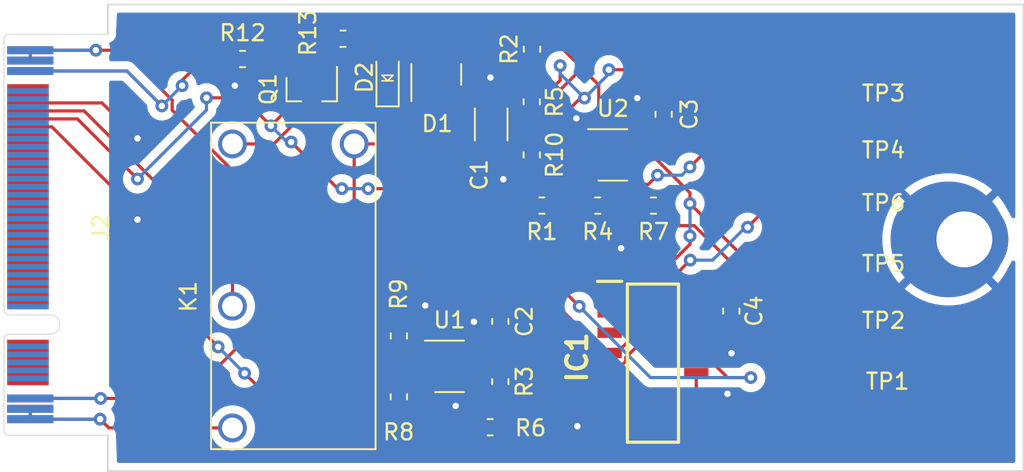
<source format=kicad_pcb>
(kicad_pcb (version 20211014) (generator pcbnew)
  (layers (0 "F.Cu" signal) (31 "B.Cu" signal) (34 "B.Paste" user) (35 "F.Paste" user) (36 "B.SilkS" user "B.Silkscreen") (37 "F.SilkS" user "F.Silkscreen") (38 "B.Mask" user) (39 "F.Mask" user) (44 "Edge.Cuts" user))
  (net 0 "")
  (net 1 "Net-(C1-Pad1)")
  (net 2 "GND")
  (net 3 "+5V")
  (net 4 "Net-(D1-Pad1)")
  (net 5 "+BATT")
  (net 6 "Net-(D2-Pad2)")
  (net 9 "/TIME_DELAY")
  (net 10 "/IMD_STATUS_OUTPUT")
  (net 13 "/IMD_STATUS")
  (net 42 "/IMD_OUTPUT")
  (net 78 "/SHDN_IN")
  (net 79 "/SHDN_OUT")
  (net 80 "Net-(R1-Pad2)")
  (net 81 "Net-(R2-Pad1)")
  (net 82 "Net-(R3-Pad2)")
  (net 83 "Net-(R4-Pad2)")
  (net 84 "Net-(R8-Pad2)")
  (footprint "footprints:R_0603_1608Metric" (layer "F.Cu") (at 215.9115 130.378)
    (fp_text reference "R6" (at 2.5285 0.051) (layer "F.SilkS"))
    (fp_text value "R_100K")
    (fp_line (start -0.162779 0.51) (end 0.162779 0.51) (layer "F.SilkS") (width 0.12))
    (fp_line (start -0.162779 -0.51) (end 0.162779 -0.51) (layer "F.SilkS") (width 0.12))
    (pad "1" smd roundrect locked (at -0.7875 0) (size 0.875 0.95) (layers "F.Cu" "F.Paste" "F.Mask") (net 2 "GND"))
    (pad "2" smd roundrect locked (at 0.7875 0) (size 0.875 0.95) (layers "F.Cu" "F.Paste" "F.Mask") (net 82 "Net-(R3-Pad2)"))
  )
  (footprint "footprints:R_0603_1608Metric" (layer "F.Cu") (at 218.5175 110.01 -90)
    (fp_text reference "R5" (at 0 -1.43 -90) (layer "F.SilkS"))
    (fp_text value "R_120K")
    (fp_line (start -0.162779 0.51) (end 0.162779 0.51) (layer "F.SilkS") (width 0.12))
    (fp_line (start -0.162779 -0.51) (end 0.162779 -0.51) (layer "F.SilkS") (width 0.12))
    (pad "1" smd roundrect locked (at -0.7875 0 270) (size 0.875 0.95) (layers "F.Cu" "F.Paste" "F.Mask") (net 81 "Net-(R2-Pad1)"))
    (pad "2" smd roundrect locked (at 0.7875 0 270) (size 0.875 0.95) (layers "F.Cu" "F.Paste" "F.Mask") (net 1 "Net-(C1-Pad1)"))
  )
  (footprint "footprints:R_0603_1608Metric" (layer "F.Cu") (at 216.5465 127.523 -90)
    (fp_text reference "R3" (at 0 -1.509 -90) (layer "F.SilkS"))
    (fp_text value "R_200K")
    (fp_line (start -0.162779 0.51) (end 0.162779 0.51) (layer "F.SilkS") (width 0.12))
    (fp_line (start -0.162779 -0.51) (end 0.162779 -0.51) (layer "F.SilkS") (width 0.12))
    (pad "1" smd roundrect locked (at -0.7875 0 270) (size 0.875 0.95) (layers "F.Cu" "F.Paste" "F.Mask") (net 3 "+5V"))
    (pad "2" smd roundrect locked (at 0.7875 0 270) (size 0.875 0.95) (layers "F.Cu" "F.Paste" "F.Mask") (net 82 "Net-(R3-Pad2)"))
  )
  (footprint "footprints:Test_Point_SMD" (layer "F.Cu") (at 236.728 112.776)
    (fp_text reference "TP4" (at 3.81 0.254) (layer "F.SilkS"))
    (fp_text value "Test_Point_SMD")
    (pad "1" smd rect locked (at 0 0) (size 4.5 3) (layers "F.Cu" "F.Paste" "F.Mask") (net 83 "Net-(R4-Pad2)"))
  )
  (footprint "footprints:C_0603_1608Metric" (layer "F.Cu") (at 216.5465 123.758 90)
    (fp_text reference "C2" (at 0 1.509 90) (layer "F.SilkS"))
    (fp_text value "C_0.1uF")
    (fp_line (start -0.162779 -0.51) (end 0.162779 -0.51) (layer "F.SilkS") (width 0.12))
    (fp_line (start -0.162779 0.51) (end 0.162779 0.51) (layer "F.SilkS") (width 0.12))
    (pad "1" smd roundrect locked (at -0.7875 0 90) (size 0.875 0.95) (layers "F.Cu" "F.Paste" "F.Mask") (net 3 "+5V"))
    (pad "2" smd roundrect locked (at 0.7875 0 90) (size 0.875 0.95) (layers "F.Cu" "F.Paste" "F.Mask") (net 2 "GND"))
  )
  (footprint "footprints:R_0603_1608Metric" (layer "F.Cu") (at 219.1525 116.503)
    (fp_text reference "R1" (at 0 1.635) (layer "F.SilkS"))
    (fp_text value "R_2.2K")
    (fp_line (start -0.162779 -0.51) (end 0.162779 -0.51) (layer "F.SilkS") (width 0.12))
    (fp_line (start -0.162779 0.51) (end 0.162779 0.51) (layer "F.SilkS") (width 0.12))
    (pad "1" smd roundrect locked (at -0.7875 0) (size 0.875 0.95) (layers "F.Cu" "F.Paste" "F.Mask") (net 3 "+5V"))
    (pad "2" smd roundrect locked (at 0.7875 0) (size 0.875 0.95) (layers "F.Cu" "F.Paste" "F.Mask") (net 80 "Net-(R1-Pad2)"))
  )
  (footprint "footprints:R_0603_1608Metric" (layer "F.Cu") (at 218.5175 113.328 -90)
    (fp_text reference "R10" (at 0 -1.43 -90) (layer "F.SilkS"))
    (fp_text value "R_1.82M")
    (fp_line (start -0.162779 0.51) (end 0.162779 0.51) (layer "F.SilkS") (width 0.12))
    (fp_line (start -0.162779 -0.51) (end 0.162779 -0.51) (layer "F.SilkS") (width 0.12))
    (pad "1" smd roundrect locked (at -0.7875 0 270) (size 0.875 0.95) (layers "F.Cu" "F.Paste" "F.Mask") (net 1 "Net-(C1-Pad1)"))
    (pad "2" smd roundrect locked (at 0.7875 0 270) (size 0.875 0.95) (layers "F.Cu" "F.Paste" "F.Mask") (net 2 "GND"))
  )
  (footprint "footprints:C_0603_1608Metric" (layer "F.Cu") (at 226.7725 110.788 90)
    (fp_text reference "C3" (at 0 1.605 90) (layer "F.SilkS"))
    (fp_text value "C_0.1uF")
    (fp_line (start -0.162779 -0.51) (end 0.162779 -0.51) (layer "F.SilkS") (width 0.12))
    (fp_line (start -0.162779 0.51) (end 0.162779 0.51) (layer "F.SilkS") (width 0.12))
    (pad "1" smd roundrect locked (at -0.7875 0 90) (size 0.875 0.95) (layers "F.Cu" "F.Paste" "F.Mask") (net 3 "+5V"))
    (pad "2" smd roundrect locked (at 0.7875 0 90) (size 0.875 0.95) (layers "F.Cu" "F.Paste" "F.Mask") (net 2 "GND"))
  )
  (footprint "footprints:Test_Point_SMD" (layer "F.Cu") (at 236.728 109.22)
    (fp_text reference "TP3" (at 3.81 0.254) (layer "F.SilkS"))
    (fp_text value "Test_Point_SMD")
    (pad "1" smd rect locked (at 0 0) (size 4.5 3) (layers "F.Cu" "F.Paste" "F.Mask") (net 1 "Net-(C1-Pad1)"))
  )
  (footprint "footprints:R_0603_1608Metric" (layer "F.Cu") (at 210.1965 128.473 90)
    (fp_text reference "R8" (at -2.21 -0.0115 180) (layer "F.SilkS"))
    (fp_text value "R_3K")
    (fp_line (start -0.162779 0.51) (end 0.162779 0.51) (layer "F.SilkS") (width 0.12))
    (fp_line (start -0.162779 -0.51) (end 0.162779 -0.51) (layer "F.SilkS") (width 0.12))
    (pad "1" smd roundrect locked (at -0.7875 0 90) (size 0.875 0.95) (layers "F.Cu" "F.Paste" "F.Mask") (net 42 "/IMD_OUTPUT"))
    (pad "2" smd roundrect locked (at 0.7875 0 90) (size 0.875 0.95) (layers "F.Cu" "F.Paste" "F.Mask") (net 84 "Net-(R8-Pad2)"))
  )
  (footprint "footprints:R_0603_1608Metric" (layer "F.Cu") (at 226.1375 116.503)
    (fp_text reference "R7" (at 0 1.635) (layer "F.SilkS"))
    (fp_text value "R_604K")
    (fp_line (start -0.162779 0.51) (end 0.162779 0.51) (layer "F.SilkS") (width 0.12))
    (fp_line (start -0.162779 -0.51) (end 0.162779 -0.51) (layer "F.SilkS") (width 0.12))
    (pad "1" smd roundrect locked (at -0.7875 0) (size 0.875 0.95) (layers "F.Cu" "F.Paste" "F.Mask") (net 83 "Net-(R4-Pad2)"))
    (pad "2" smd roundrect locked (at 0.7875 0) (size 0.875 0.95) (layers "F.Cu" "F.Paste" "F.Mask") (net 2 "GND"))
  )
  (footprint "footprints:SOT-23-5_OEM" (layer "F.Cu") (at 213.3715 126.568)
    (fp_text reference "U1" (at 0 -2.9) (layer "F.SilkS"))
    (fp_text value "MCP6001" hide)
    (fp_line (start 0.9 -1.61) (end -1.55 -1.61) (layer "F.SilkS") (width 0.12))
    (fp_line (start -0.9 1.61) (end 0.9 1.61) (layer "F.SilkS") (width 0.12))
    (pad "1" smd rect locked (at -1.1 -0.95) (size 1.06 0.65) (layers "F.Cu" "F.Paste" "F.Mask") (net 10 "/IMD_STATUS_OUTPUT"))
    (pad "2" smd rect locked (at -1.1 0) (size 1.06 0.65) (layers "F.Cu" "F.Paste" "F.Mask") (net 2 "GND"))
    (pad "3" smd rect locked (at -1.1 0.95) (size 1.06 0.65) (layers "F.Cu" "F.Paste" "F.Mask") (net 84 "Net-(R8-Pad2)"))
    (pad "4" smd rect locked (at 1.1 0.95) (size 1.06 0.65) (layers "F.Cu" "F.Paste" "F.Mask") (net 82 "Net-(R3-Pad2)"))
    (pad "5" smd rect locked (at 1.1 -0.95) (size 1.06 0.65) (layers "F.Cu" "F.Paste" "F.Mask") (net 3 "+5V"))
  )
  (footprint "footprints:Automotive_M.2_Edge_Connector" (layer "F.Cu") (at 185.4755 118.325 90)
    (fp_text reference "J2" (at 0.441 6.072 90 unlocked) (layer "F.SilkS"))
    (fp_text value "Automotive_M.2_Edge_Connector" hide)
    (fp_line (start -12.55 0.2) (end -12.55 6.5) (layer "Edge.Cuts") (width 0.05))
    (fp_line (start -6.225 0.2) (end -6.425 0) (layer "Edge.Cuts") (width 0.05))
    (fp_line (start -12.55 0.2) (end -12.35 0) (layer "Edge.Cuts") (width 0.05))
    (fp_line (start -5.025 2.9) (end -5.025 0.2) (layer "Edge.Cuts") (width 0.05))
    (fp_line (start 12.55 0.2) (end 12.55 6.5) (layer "Edge.Cuts") (width 0.05))
    (fp_line (start -4.825 0) (end 12.35 0) (layer "Edge.Cuts") (width 0.05))
    (fp_line (start -5.025 0.2) (end -4.825 0) (layer "Edge.Cuts") (width 0.05))
    (fp_line (start -12.35 0) (end -6.425 0) (layer "Edge.Cuts") (width 0.05))
    (fp_line (start 12.55 0.2) (end 12.35 0) (layer "Edge.Cuts") (width 0.05))
    (fp_line (start -6.225 2.9) (end -6.225 0.2) (layer "Edge.Cuts") (width 0.05))
    (fp_arc (start -5.025 2.9) (mid -5.625 3.5) (end -6.225 2.9) (layer "Edge.Cuts") (width 0.05))
    (pad "4" connect rect (at -9.249999 1.5 90) (size 0.35 2.6) (layers "F.Cu" "F.Mask"))
    (pad "5" connect rect (at -8.75 1.5 90) (size 0.35 2.6) (layers "F.Cu" "F.Mask"))
    (pad "6" connect rect (at -8.25 1.5 90) (size 0.35 2.6) (layers "F.Cu" "F.Mask"))
    (pad "7" connect rect (at -7.75 1.5 90) (size 0.35 2.6) (layers "F.Cu" "F.Mask"))
    (pad "8" connect rect (at -7.25 1.5 90) (size 0.35 2.6) (layers "F.Cu" "F.Mask"))
    (pad "9" connect rect (at -6.75 1.5 90) (size 0.35 2.6) (layers "F.Cu" "F.Mask"))
    (pad "10" connect rect (at -4.25 1.5 90) (size 0.35 2.6) (layers "F.Cu" "F.Mask"))
    (pad "11" connect rect (at -3.75 1.5 90) (size 0.35 2.6) (layers "F.Cu" "F.Mask"))
    (pad "12" connect rect (at -3.25 1.5 90) (size 0.35 2.6) (layers "F.Cu" "F.Mask"))
    (pad "13" connect rect (at -2.75 1.5 90) (size 0.35 2.6) (layers "F.Cu" "F.Mask"))
    (pad "14" connect rect (at -2.25 1.5 90) (size 0.35 2.6) (layers "F.Cu" "F.Mask"))
    (pad "15" connect rect (at -1.75 1.5 90) (size 0.35 2.6) (layers "F.Cu" "F.Mask"))
    (pad "16" connect rect (at -1.25 1.5 90) (size 0.35 2.6) (layers "F.Cu" "F.Mask"))
    (pad "17" connect rect (at -0.75 1.5 90) (size 0.35 2.6) (layers "F.Cu" "F.Mask"))
    (pad "18" connect rect (at -0.25 1.5 90) (size 0.35 2.6) (layers "F.Cu" "F.Mask"))
    (pad "19" connect rect (at 0.25 1.5 90) (size 0.35 2.6) (layers "F.Cu" "F.Mask"))
    (pad "20" connect rect (at 0.75 1.5 90) (size 0.35 2.6) (layers "F.Cu" "F.Mask"))
    (pad "21" connect rect (at 1.25 1.5 90) (size 0.35 2.6) (layers "F.Cu" "F.Mask"))
    (pad "22" connect rect (at 1.75 1.5 90) (size 0.35 2.6) (layers "F.Cu" "F.Mask"))
    (pad "23" connect rect (at 2.25 1.5 90) (size 0.35 2.6) (layers "F.Cu" "F.Mask"))
    (pad "24" connect rect (at 2.75 1.5 90) (size 0.35 2.6) (layers "F.Cu" "F.Mask"))
    (pad "25" connect rect (at 3.25 1.5 90) (size 0.35 2.6) (layers "F.Cu" "F.Mask"))
    (pad "26" connect rect (at 3.75 1.5 90) (size 0.35 2.6) (layers "F.Cu" "F.Mask"))
    (pad "27" connect rect (at 4.25 1.5 90) (size 0.35 2.6) (layers "F.Cu" "F.Mask"))
    (pad "28" connect rect (at 4.75 1.5 90) (size 0.35 2.6) (layers "F.Cu" "F.Mask"))
    (pad "29" connect rect (at 5.25 1.5 90) (size 0.35 2.6) (layers "F.Cu" "F.Mask"))
    (pad "30" connect rect (at 5.75 1.5 90) (size 0.35 2.6) (layers "F.Cu" "F.Mask"))
    (pad "31" connect rect (at 6.25 1.5 90) (size 0.35 2.6) (layers "F.Cu" "F.Mask"))
    (pad "32" connect rect (at 6.75 1.5 90) (size 0.35 2.6) (layers "F.Cu" "F.Mask") (net 2 "GND"))
    (pad "33" connect rect (at 7.25 1.5 90) (size 0.35 2.6) (layers "F.Cu" "F.Mask") (net 13 "/IMD_STATUS"))
    (pad "34" connect rect (at 7.75 1.5 90) (size 0.35 2.6) (layers "F.Cu" "F.Mask") (net 42 "/IMD_OUTPUT"))
    (pad "35" connect rect (at 8.25 1.5 90) (size 0.35 2.6) (layers "F.Cu" "F.Mask") (net 2 "GND"))
    (pad "36" connect rect (at 8.75 1.5 90) (size 0.35 2.6) (layers "F.Cu" "F.Mask"))
    (pad "37" connect rect (at 9.249999 1.5 90) (size 0.35 2.6) (layers "F.Cu" "F.Mask"))
    (pad "41" connect rect (at -9 1.5 90) (size 0.35 2.6) (layers "B.Cu" "B.Mask"))
    (pad "42" connect rect (at -8.5 1.5 90) (size 0.35 2.6) (layers "B.Cu" "B.Mask"))
    (pad "43" connect rect (at -8 1.5 90) (size 0.35 2.6) (layers "B.Cu" "B.Mask"))
    (pad "44" connect rect (at -7.5 1.5 90) (size 0.35 2.6) (layers "B.Cu" "B.Mask"))
    (pad "45" connect rect (at -7 1.5 90) (size 0.35 2.6) (layers "B.Cu" "B.Mask"))
    (pad "46" connect rect (at -4.5 1.5 90) (size 0.35 2.6) (layers "B.Cu" "B.Mask"))
    (pad "47" connect rect (at -4 1.5 90) (size 0.35 2.6) (layers "B.Cu" "B.Mask"))
    (pad "48" connect rect (at -3.5 1.5 90) (size 0.35 2.6) (layers "B.Cu" "B.Mask"))
    (pad "49" connect rect (at -3 1.5 90) (size 0.35 2.6) (layers "B.Cu" "B.Mask"))
    (pad "50" connect rect (at -2.5 1.5 90) (size 0.35 2.6) (layers "B.Cu" "B.Mask"))
    (pad "51" connect rect (at -2 1.5 90) (size 0.35 2.6) (layers "B.Cu" "B.Mask"))
    (pad "52" connect rect (at -1.5 1.5 90) (size 0.35 2.6) (layers "B.Cu" "B.Mask"))
    (pad "53" connect rect (at -1 1.5 90) (size 0.35 2.6) (layers "B.Cu" "B.Mask"))
    (pad "54" connect rect (at -0.5 1.5 90) (size 0.35 2.6) (layers "B.Cu" "B.Mask"))
    (pad "55" connect rect (at 0 1.5 90) (size 0.35 2.6) (layers "B.Cu" "B.Mask"))
    (pad "56" connect rect (at 0.5 1.5 90) (size 0.35 2.6) (layers "B.Cu" "B.Mask"))
    (pad "57" connect rect (at 1 1.5 90) (size 0.35 2.6) (layers "B.Cu" "B.Mask"))
    (pad "58" connect rect (at 1.5 1.5 90) (size 0.35 2.6) (layers "B.Cu" "B.Mask"))
    (pad "59" connect rect (at 2 1.5 90) (size 0.35 2.6) (layers "B.Cu" "B.Mask"))
    (pad "60" connect rect (at 2.5 1.5 90) (size 0.35 2.6) (layers "B.Cu" "B.Mask"))
    (pad "61" connect rect (at 3 1.5 90) (size 0.35 2.6) (layers "B.Cu" "B.Mask"))
    (pad "62" connect rect (at 3.5 1.5 90) (size 0.35 2.6) (layers "B.Cu" "B.Mask"))
    (pad "63" connect rect (at 4 1.5 90) (size 0.35 2.6) (layers "B.Cu" "B.Mask"))
    (pad "64" connect rect (at 4.5 1.5 90) (size 0.35 2.6) (layers "B.Cu" "B.Mask"))
    (pad "65" connect rect (at 5 1.5 90) (size 0.35 2.6) (layers "B.Cu" "B.Mask"))
    (pad "66" connect rect (at 5.5 1.5 90) (size 0.35 2.6) (layers "B.Cu" "B.Mask"))
    (pad "67" connect rect (at 6 1.5 90) (size 0.35 2.6) (layers "B.Cu" "B.Mask"))
    (pad "68" connect rect (at 6.5 1.5 90) (size 0.35 2.6) (layers "B.Cu" "B.Mask"))
    (pad "69" connect rect (at 7 1.5 90) (size 0.35 2.6) (layers "B.Cu" "B.Mask"))
    (pad "70" connect rect (at 7.5 1.5 90) (size 0.35 2.6) (layers "B.Cu" "B.Mask"))
    (pad "71" connect rect (at 8 1.5 90) (size 0.35 2.6) (layers "B.Cu" "B.Mask"))
    (pad "72" connect rect (at 8.5 1.5 90) (size 0.35 2.6) (layers "B.Cu" "B.Mask"))
    (pad "73" connect rect (at 9 1.5 90) (size 0.35 2.6) (layers "B.Cu" "B.Mask"))
    (pad "P1" connect rect (at -11.55 1.65 90) (size 0.4953 2.899999) (layers "F.Cu" "F.Mask") (net 78 "/SHDN_IN"))
    (pad "P1" connect rect (at -11.55 1.65 90) (size 0.4953 2.899999) (layers "B.Cu" "B.Mask") (net 78 "/SHDN_IN"))
    (pad "P2" connect rect (at -10.9 1.65 90) (size 0.4953 2.899999) (layers "B.Cu" "B.Mask") (net 78 "/SHDN_IN"))
    (pad "P2" connect rect (at -10.9 1.65 90) (size 0.4953 2.899999) (layers "F.Cu" "F.Mask") (net 78 "/SHDN_IN"))
    (pad "P3" connect rect (at -10.25 1.65 90) (size 0.4953 2.899999) (layers "B.Cu" "B.Mask") (net 5 "+BATT"))
    (pad "P3" connect rect (at -10.25 1.65 90) (size 0.4953 2.899999) (layers "F.Cu" "F.Mask") (net 5 "+BATT"))
    (pad "P38" connect rect (at 10.25 1.65 90) (size 0.4953 2.899999) (layers "B.Cu" "B.Mask") (net 3 "+5V"))
    (pad "P38" connect rect (at 10.25 1.65 90) (size 0.4953 2.899999) (layers "F.Cu" "F.Mask") (net 3 "+5V"))
    (pad "P39" connect rect (at 10.9 1.65 90) (size 0.4953 2.899999) (layers "F.Cu" "F.Mask") (net 79 "/SHDN_OUT"))
    (pad "P39" connect rect (at 10.9 1.65 90) (size 0.4953 2.899999) (layers "B.Cu" "B.Mask") (net 79 "/SHDN_OUT"))
    (pad "P40" connect rect (at 11.55 1.65 90) (size 0.4953 2.899999) (layers "B.Cu" "B.Mask") (net 79 "/SHDN_OUT"))
    (pad "P40" connect rect (at 11.55 1.65 90) (size 0.4953 2.899999) (layers "F.Cu" "F.Mask") (net 79 "/SHDN_OUT"))
  )
  (footprint "footprints:Test_Point_SMD" (layer "F.Cu") (at 236.728 127.254)
    (fp_text reference "TP1" (at 4.064 0.254) (layer "F.SilkS"))
    (fp_text value "Test_Point_SMD")
    (pad "1" smd rect locked (at 0 0) (size 4.5 3) (layers "F.Cu" "F.Paste" "F.Mask") (net 84 "Net-(R8-Pad2)"))
  )
  (footprint "footprints:R_0603_1608Metric" (layer "F.Cu") (at 210.1965 124.663 90)
    (fp_text reference "R9" (at 2.616 -0.0115 90) (layer "F.SilkS"))
    (fp_text value "R_1K")
    (fp_line (start -0.162779 0.51) (end 0.162779 0.51) (layer "F.SilkS") (width 0.12))
    (fp_line (start -0.162779 -0.51) (end 0.162779 -0.51) (layer "F.SilkS") (width 0.12))
    (pad "1" smd roundrect locked (at -0.7875 0 90) (size 0.875 0.95) (layers "F.Cu" "F.Paste" "F.Mask") (net 84 "Net-(R8-Pad2)"))
    (pad "2" smd roundrect locked (at 0.7875 0 90) (size 0.875 0.95) (layers "F.Cu" "F.Paste" "F.Mask") (net 2 "GND"))
  )
  (footprint "footprints:LED_0805_OEM" (layer "F.Cu") (at 209.4915 108.492 90)
    (fp_text reference "D2" (at 0 -1.45 90) (layer "F.SilkS"))
    (fp_text value "LED_0805_Amber" hide)
    (fp_line (start -1.8 -0.7) (end 1 -0.7) (layer "F.SilkS") (width 0.12))
    (fp_line (start -0.2 0.35) (end -0.2 0) (layer "F.SilkS") (width 0.1))
    (fp_line (start 0.15 0.3) (end 0.15 0.35) (layer "F.SilkS") (width 0.1))
    (fp_line (start 0.15 0.35) (end 0.15 0.3) (layer "F.SilkS") (width 0.1))
    (fp_line (start 0.1 -0.3) (end 0.15 -0.35) (layer "F.SilkS") (width 0.1))
    (fp_line (start -1.8 0.7) (end 1 0.7) (layer "F.SilkS") (width 0.12))
    (fp_line (start -1.8 -0.7) (end -1.8 0.7) (layer "F.SilkS") (width 0.12))
    (fp_line (start -0.2 0) (end -0.2 -0.35) (layer "F.SilkS") (width 0.1))
    (fp_line (start 0.15 -0.35) (end 0.15 0.3) (layer "F.SilkS") (width 0.1))
    (fp_line (start -0.2 0) (end 0.1 -0.3) (layer "F.SilkS") (width 0.1))
    (fp_line (start 0.15 0.35) (end -0.2 0) (layer "F.SilkS") (width 0.1))
    (pad "1" smd rect locked (at -1.1 0 270) (size 1.2 1.2) (layers "F.Cu" "F.Paste" "F.Mask") (net 4 "Net-(D1-Pad1)"))
    (pad "2" smd rect locked (at 1.1 0 270) (size 1.2 1.2) (layers "F.Cu" "F.Paste" "F.Mask") (net 6 "Net-(D2-Pad2)"))
  )
  (footprint "footprints:Test_Point_SMD" (layer "F.Cu") (at 236.728 116.332)
    (fp_text reference "TP6" (at 3.81 0) (layer "F.SilkS"))
    (fp_text value "Test_Point_SMD")
    (pad "1" smd rect locked (at 0 0) (size 4.5 3) (layers "F.Cu" "F.Paste" "F.Mask") (net 10 "/IMD_STATUS_OUTPUT"))
  )
  (footprint "footprints:Relay_SPST_OMRON-G5Q-1A4_OEM" (layer "F.Cu") (at 199.77975 112.641 -90)
    (fp_text reference "K1" (at 9.561 2.765 90) (layer "F.SilkS"))
    (fp_text value "G5Q-1A4-DC12" hide)
    (fp_line (start -1.33 1.34) (end -1.33 -8.96) (layer "F.SilkS") (width 0.12))
    (fp_line (start -1.33 -8.96) (end 19.11 -8.96) (layer "F.SilkS") (width 0.12))
    (fp_line (start -1.33 1.34) (end 19.11 1.34) (layer "F.SilkS") (width 0.12))
    (fp_line (start 19.11 1.34) (end 19.11 -8.96) (layer "F.SilkS") (width 0.12))
    (pad "1" thru_hole circle locked (at 0 0 90) (size 1.8 1.8) (drill 1.3) (layers *.Cu *.Mask) (net 4 "Net-(D1-Pad1)"))
    (pad "2" thru_hole circle locked (at 10.16 0 90) (size 1.8 1.8) (drill 1.3) (layers *.Cu *.Mask) (net 79 "/SHDN_OUT"))
    (pad "3" thru_hole circle locked (at 17.78 0 90) (size 1.8 1.8) (drill 1.3) (layers *.Cu *.Mask) (net 78 "/SHDN_IN"))
    (pad "5" thru_hole circle locked (at 0 -7.62 90) (size 1.8 1.8) (drill 1.3) (layers *.Cu *.Mask) (net 5 "+BATT"))
  )
  (footprint "footprints:SOT-23F" (layer "F.Cu") (at 204.7435 109.214 -90)
    (fp_text reference "Q1" (at 0 2.728 90) (layer "F.SilkS"))
    (fp_text value "SSM3K333R" hide)
    (fp_line (start 0.76 -1.58) (end -1.4 -1.58) (layer "F.SilkS") (width 0.12))
    (fp_line (start 0.76 1.58) (end -0.7 1.58) (layer "F.SilkS") (width 0.12))
    (fp_line (start 0.76 1.58) (end 0.76 0.65) (layer "F.SilkS") (width 0.12))
    (fp_line (start 0.76 -1.58) (end 0.76 -0.65) (layer "F.SilkS") (width 0.12))
    (pad "1" smd rect locked (at -1.05 -0.95 270) (size 0.9 0.8) (layers "F.Cu" "F.Paste" "F.Mask") (net 13 "/IMD_STATUS"))
    (pad "2" smd rect locked (at -1.05 0.95 270) (size 0.9 0.8) (layers "F.Cu" "F.Paste" "F.Mask") (net 2 "GND"))
    (pad "3" smd rect locked (at 1.05 0 270) (size 0.9 0.8) (layers "F.Cu" "F.Paste" "F.Mask") (net 4 "Net-(D1-Pad1)"))
  )
  (footprint "footprints:SOIC127P600X175-16N" (layer "F.Cu") (at 226.105 126.365)
    (fp_text reference "IC1" (at -4.7475 -0.366 90) (layer "F.SilkS") (effects (font (size 1.27 1.27) (thickness 0.254))))
    (fp_text value "CD4044BDR" hide)
    (fp_line (start 1.6 -4.95) (end 1.6 4.95) (layer "F.SilkS") (width 0.2))
    (fp_line (start 1.6 4.95) (end -1.6 4.95) (layer "F.SilkS") (width 0.2))
    (fp_line (start -3.475 -5.12) (end -1.95 -5.12) (layer "F.SilkS") (width 0.2))
    (fp_line (start -1.6 4.95) (end -1.6 -4.95) (layer "F.SilkS") (width 0.2))
    (fp_line (start -1.6 -4.95) (end 1.6 -4.95) (layer "F.SilkS") (width 0.2))
    (pad "1" smd rect (at -2.712 -4.445 90) (size 0.65 1.525) (layers "F.Cu" "F.Paste" "F.Mask"))
    (pad "2" smd rect (at -2.712 -3.175 90) (size 0.65 1.525) (layers "F.Cu" "F.Paste" "F.Mask"))
    (pad "3" smd rect (at -2.712 -1.905 90) (size 0.65 1.525) (layers "F.Cu" "F.Paste" "F.Mask") (net 9 "/TIME_DELAY"))
    (pad "4" smd rect (at -2.712 -0.635 90) (size 0.65 1.525) (layers "F.Cu" "F.Paste" "F.Mask") (net 10 "/IMD_STATUS_OUTPUT"))
    (pad "5" smd rect (at -2.712 0.635 90) (size 0.65 1.525) (layers "F.Cu" "F.Paste" "F.Mask") (net 3 "+5V"))
    (pad "6" smd rect (at -2.712 1.905 90) (size 0.65 1.525) (layers "F.Cu" "F.Paste" "F.Mask") (net 2 "GND"))
    (pad "7" smd rect (at -2.712 3.175 90) (size 0.65 1.525) (layers "F.Cu" "F.Paste" "F.Mask") (net 2 "GND"))
    (pad "8" smd rect (at -2.712 4.445 90) (size 0.65 1.525) (layers "F.Cu" "F.Paste" "F.Mask") (net 2 "GND"))
    (pad "9" smd rect (at 2.712 4.445 90) (size 0.65 1.525) (layers "F.Cu" "F.Paste" "F.Mask"))
    (pad "10" smd rect (at 2.712 3.175 90) (size 0.65 1.525) (layers "F.Cu" "F.Paste" "F.Mask"))
    (pad "11" smd rect (at 2.712 1.905 90) (size 0.65 1.525) (layers "F.Cu" "F.Paste" "F.Mask") (net 2 "GND"))
    (pad "12" smd rect (at 2.712 0.635 90) (size 0.65 1.525) (layers "F.Cu" "F.Paste" "F.Mask") (net 2 "GND"))
    (pad "13" smd rect (at 2.712 -0.635 90) (size 0.65 1.525) (layers "F.Cu" "F.Paste" "F.Mask") (net 13 "/IMD_STATUS"))
    (pad "14" smd rect (at 2.712 -1.905 90) (size 0.65 1.525) (layers "F.Cu" "F.Paste" "F.Mask") (net 2 "GND"))
    (pad "15" smd rect (at 2.712 -3.175 90) (size 0.65 1.525) (layers "F.Cu" "F.Paste" "F.Mask") (net 2 "GND"))
    (pad "16" smd rect (at 2.712 -4.445 90) (size 0.65 1.525) (layers "F.Cu" "F.Paste" "F.Mask") (net 3 "+5V"))
  )
  (footprint "footprints:Test_Point_SMD" (layer "F.Cu") (at 236.728 123.698)
    (fp_text reference "TP2" (at 3.81 0) (layer "F.SilkS"))
    (fp_text value "Test_Point_SMD")
    (pad "1" smd rect locked (at 0 0) (size 4.5 3) (layers "F.Cu" "F.Paste" "F.Mask") (net 82 "Net-(R3-Pad2)"))
  )
  (footprint "footprints:R_0603_1608Metric" (layer "F.Cu") (at 218.534 106.708 90)
    (fp_text reference "R2" (at 0 -1.43 90) (layer "F.SilkS"))
    (fp_text value "R_71.5k")
    (fp_line (start -0.162779 -0.51) (end 0.162779 -0.51) (layer "F.SilkS") (width 0.12))
    (fp_line (start -0.162779 0.51) (end 0.162779 0.51) (layer "F.SilkS") (width 0.12))
    (pad "1" smd roundrect locked (at -0.7875 0 90) (size 0.875 0.95) (layers "F.Cu" "F.Paste" "F.Mask") (net 81 "Net-(R2-Pad1)"))
    (pad "2" smd roundrect locked (at 0.7875 0 90) (size 0.875 0.95) (layers "F.Cu" "F.Paste" "F.Mask") (net 3 "+5V"))
  )
  (footprint "footprints:C_0603_1608Metric" (layer "F.Cu") (at 231.0095 123.11 -90)
    (fp_text reference "C4" (at 0 -1.43 -90) (layer "F.SilkS"))
    (fp_text value "C_0.1uF")
    (fp_line (start -0.162779 0.51) (end 0.162779 0.51) (layer "F.SilkS") (width 0.12))
    (fp_line (start -0.162779 -0.51) (end 0.162779 -0.51) (layer "F.SilkS") (width 0.12))
    (pad "1" smd roundrect locked (at -0.7875 0 270) (size 0.875 0.95) (layers "F.Cu" "F.Paste" "F.Mask") (net 3 "+5V"))
    (pad "2" smd roundrect locked (at 0.7875 0 270) (size 0.875 0.95) (layers "F.Cu" "F.Paste" "F.Mask") (net 2 "GND"))
  )
  (footprint "footprints:SOT-23-5_OEM" (layer "F.Cu") (at 223.5975 113.328)
    (fp_text reference "U2" (at 0 -2.9) (layer "F.SilkS"))
    (fp_text value "MCP6001" hide)
    (fp_line (start -0.9 1.61) (end 0.9 1.61) (layer "F.SilkS") (width 0.12))
    (fp_line (start 0.9 -1.61) (end -1.55 -1.61) (layer "F.SilkS") (width 0.12))
    (pad "1" smd rect locked (at -1.1 -0.95) (size 1.06 0.65) (layers "F.Cu" "F.Paste" "F.Mask") (net 9 "/TIME_DELAY"))
    (pad "2" smd rect locked (at -1.1 0) (size 1.06 0.65) (layers "F.Cu" "F.Paste" "F.Mask") (net 2 "GND"))
    (pad "3" smd rect locked (at -1.1 0.95) (size 1.06 0.65) (layers "F.Cu" "F.Paste" "F.Mask") (net 1 "Net-(C1-Pad1)"))
    (pad "4" smd rect locked (at 1.1 0.95) (size 1.06 0.65) (layers "F.Cu" "F.Paste" "F.Mask") (net 83 "Net-(R4-Pad2)"))
    (pad "5" smd rect locked (at 1.1 -0.95) (size 1.06 0.65) (layers "F.Cu" "F.Paste" "F.Mask") (net 3 "+5V"))
  )
  (footprint "OEM:M.2_Mount" (layer "F.Cu") (at 245.618 118.618 -90)
    (fp_text reference "H1" hide)
    (fp_text value "M.2_MountingHole" hide)
    (pad "1" thru_hole circle (at 0 0.016 270) (size 5.499999 5.499999) (drill 3.500001) (layers *.Cu *.Mask) (net 2 "GND"))
    (pad "1" smd circle (at 0 1.016 270) (size 7.249998 7.249998) (layers "B.Cu" "B.Mask") (net 2 "GND"))
  )
  (footprint "footprints:R_0603_1608Metric" (layer "F.Cu") (at 206.6975 106.056)
    (fp_text reference "R13" (at -2.196 -0.364 90) (layer "F.SilkS"))
    (fp_text value "R_1K")
    (fp_line (start -0.162779 0.51) (end 0.162779 0.51) (layer "F.SilkS") (width 0.12))
    (fp_line (start -0.162779 -0.51) (end 0.162779 -0.51) (layer "F.SilkS") (width 0.12))
    (pad "1" smd roundrect locked (at -0.7875 0) (size 0.875 0.95) (layers "F.Cu" "F.Paste" "F.Mask") (net 3 "+5V"))
    (pad "2" smd roundrect locked (at 0.7875 0) (size 0.875 0.95) (layers "F.Cu" "F.Paste" "F.Mask") (net 6 "Net-(D2-Pad2)"))
  )
  (footprint "footprints:R_0603_1608Metric" (layer "F.Cu") (at 222.6475 116.503)
    (fp_text reference "R4" (at 0 1.635) (layer "F.SilkS"))
    (fp_text value "R_300K")
    (fp_line (start -0.162779 -0.51) (end 0.162779 -0.51) (layer "F.SilkS") (width 0.12))
    (fp_line (start -0.162779 0.51) (end 0.162779 0.51) (layer "F.SilkS") (width 0.12))
    (pad "1" smd roundrect locked (at -0.7875 0) (size 0.875 0.95) (layers "F.Cu" "F.Paste" "F.Mask") (net 80 "Net-(R1-Pad2)"))
    (pad "2" smd roundrect locked (at 0.7875 0) (size 0.875 0.95) (layers "F.Cu" "F.Paste" "F.Mask") (net 83 "Net-(R4-Pad2)"))
  )
  (footprint "footprints:C_1206_OEM" (layer "F.Cu") (at 215.9775 111.423 90)
    (fp_text reference "C1" (at -3.159 -0.7455 90) (layer "F.SilkS"))
    (fp_text value "C_22uF" hide)
    (fp_line (start -1 1.02) (end 1 1.02) (layer "F.SilkS") (width 0.12))
    (fp_line (start 1 -1.02) (end -1 -1.02) (layer "F.SilkS") (width 0.12))
    (pad "1" smd rect locked (at -1.5 0 90) (size 1 1.6) (layers "F.Cu" "F.Paste" "F.Mask") (net 1 "Net-(C1-Pad1)"))
    (pad "2" smd rect locked (at 1.5 0 90) (size 1 1.6) (layers "F.Cu" "F.Paste" "F.Mask") (net 2 "GND"))
  )
  (footprint "Package_TO_SOT_SMD:SOT-23" (layer "F.Cu") (at 212.5395 108.293 90)
    (fp_text reference "D1" (at -3.086 0.0585 180) (layer "F.SilkS"))
    (fp_text value "BAS40-00")
    (fp_line (start 0 -1.56) (end 0.65 -1.56) (layer "F.SilkS") (width 0.12))
    (fp_line (start 0 1.56) (end -0.65 1.56) (layer "F.SilkS") (width 0.12))
    (fp_line (start 0 1.56) (end 0.65 1.56) (layer "F.SilkS") (width 0.12))
    (fp_line (start 0 -1.56) (end -1.675 -1.56) (layer "F.SilkS") (width 0.12))
    (pad "1" smd roundrect (at -0.9375 -0.95 90) (size 1.475 0.6) (layers "F.Cu" "F.Paste" "F.Mask") (net 4 "Net-(D1-Pad1)"))
    (pad "2" smd roundrect (at -0.9375 0.95 90) (size 1.475 0.6) (layers "F.Cu" "F.Paste" "F.Mask"))
    (pad "3" smd roundrect (at 0.9375 0 90) (size 1.475 0.6) (layers "F.Cu" "F.Paste" "F.Mask") (net 5 "+BATT"))
  )
  (footprint "footprints:R_0603_1608Metric" (layer "F.Cu") (at 200.4135 107.326 180)
    (fp_text reference "R12" (at 0 1.634 180) (layer "F.SilkS"))
    (fp_text value "R_604K")
    (fp_line (start -0.162779 0.51) (end 0.162779 0.51) (layer "F.SilkS") (width 0.12))
    (fp_line (start -0.162779 -0.51) (end 0.162779 -0.51) (layer "F.SilkS") (width 0.12))
    (pad "1" smd roundrect locked (at -0.7875 0 180) (size 0.875 0.95) (layers "F.Cu" "F.Paste" "F.Mask") (net 13 "/IMD_STATUS"))
    (pad "2" smd roundrect locked (at 0.7875 0 180) (size 0.875 0.95) (layers "F.Cu" "F.Paste" "F.Mask") (net 2 "GND"))
  )
  (footprint "footprints:Test_Point_SMD" (layer "F.Cu") (at 236.728 120.142)
    (fp_text reference "TP5" (at 3.81 0) (layer "F.SilkS"))
    (fp_text value "Test_Point_SMD")
    (pad "1" smd rect locked (at 0 0) (size 4.5 3) (layers "F.Cu" "F.Paste" "F.Mask") (net 9 "/TIME_DELAY"))
  )
  (gr_line (start 191.9755 103.914) (end 249.301 103.914) (layer "Edge.Cuts") (width 0.1))
  (gr_line (start 191.9755 130.875) (end 191.9755 133.124) (layer "Edge.Cuts") (width 0.1))
  (gr_line (start 191.9755 133.124) (end 249.301 133.124) (layer "Edge.Cuts") (width 0.1))
  (gr_line (start 191.9755 103.914) (end 191.9755 105.775) (layer "Edge.Cuts") (width 0.1))
  (gr_line (start 249.301 133.124) (end 249.301 103.914) (layer "Edge.Cuts") (width 0.1))
  (segment (start 223.344 107.994) (end 235.502 107.994) (width 0.2) (layer "F.Cu") (net 1))
  (segment (start 218.5175 112.378) (end 216.5225 112.378) (width 0.2) (layer "F.Cu") (net 1))
  (segment (start 220.662 113.1725) (end 220.662 110.676) (width 0.2) (layer "F.Cu") (net 1))
  (segment (start 235.502 107.994) (end 236.728 109.22) (width 0.2) (layer "F.Cu") (net 1))
  (segment (start 221.7675 114.278) (end 220.662 113.1725) (width 0.2) (layer "F.Cu") (net 1))
  (segment (start 220.296 108.66) (end 218.5175 110.4385) (width 0.2) (layer "F.Cu") (net 1))
  (segment (start 221.566 109.772) (end 221.82 109.772) (width 0.2) (layer "F.Cu") (net 1))
  (segment (start 218.5175 112.378) (end 218.5175 110.96) (width 0.2) (layer "F.Cu") (net 1))
  (segment (start 220.662 110.676) (end 221.566 109.772) (width 0.2) (layer "F.Cu") (net 1))
  (segment (start 218.5175 110.4385) (end 218.5175 110.96) (width 0.2) (layer "F.Cu") (net 1))
  (segment (start 222.4975 114.278) (end 221.7675 114.278) (width 0.2) (layer "F.Cu") (net 1))
  (segment (start 216.5225 112.378) (end 215.9775 112.923) (width 0.2) (layer "F.Cu") (net 1))
  (segment (start 220.296 107.74) (end 220.296 108.66) (width 0.2) (layer "F.Cu") (net 1))
  (via (at 223.344 107.994) (size 0.8) (drill 0.4) (layers "F.Cu" "B.Cu") (net 1))
  (via (at 220.296 107.74) (size 0.8) (drill 0.4) (layers "F.Cu" "B.Cu") (net 1))
  (via (at 221.82 109.772) (size 0.8) (drill 0.4) (layers "F.Cu" "B.Cu") (net 1))
  (segment (start 221.82 109.772) (end 223.344 108.248) (width 0.2) (layer "B.Cu") (net 1))
  (segment (start 220.296 107.74) (end 220.296 108.248) (width 0.2) (layer "B.Cu") (net 1))
  (segment (start 223.344 108.248) (end 223.344 107.994) (width 0.2) (layer "B.Cu") (net 1))
  (segment (start 220.296 108.248) (end 221.82 109.772) (width 0.2) (layer "B.Cu") (net 1))
  (segment (start 215.912 122.758) (end 214.896 123.774) (width 0.2) (layer "F.Cu") (net 2))
  (segment (start 223.393 129.54) (end 222.1495 129.54) (width 0.2) (layer "F.Cu") (net 2))
  (segment (start 231.0245 123.9125) (end 231.0095 123.8975) (width 0.2) (layer "F.Cu") (net 2))
  (segment (start 228.817 123.19) (end 228.817 124.46) (width 0.2) (layer "F.Cu") (net 2))
  (segment (start 226.7725 109.788) (end 225.138 109.788) (width 0.2) (layer "F.Cu") (net 2))
  (segment (start 217.314 114.278) (end 216.74 114.852) (width 0.2) (layer "F.Cu") (net 2))
  (segment (start 202.9635 108.994) (end 203.7935 108.164) (width 0.2) (layer "F.Cu") (net 2))
  (segment (start 213.0515 126.943) (end 212.6765 126.568) (width 0.2) (layer "F.Cu") (net 2))
  (segment (start 222.1495 129.54) (end 221.3725 130.317) (width 0.2) (layer "F.Cu") (net 2))
  (segment (start 199.9295 108.994) (end 202.9635 108.994) (width 0.2) (layer "F.Cu") (net 2))
  (segment (start 223.393 129.54) (end 223.393 130.81) (width 0.2) (layer "F.Cu") (net 2))
  (segment (start 199.9295 107.792) (end 199.4635 107.326) (width 0.2) (layer "F.Cu") (net 2))
  (segment (start 216.5465 122.758) (end 215.912 122.758) (width 0.2) (layer "F.Cu") (net 2))
  (segment (start 199.9295 108.994) (end 199.9295 107.792) (width 0.2) (layer "F.Cu") (net 2))
  (segment (start 230.7555 128.27) (end 230.7705 128.285) (width 0.2) (layer "F.Cu") (net 2))
  (segment (start 222.4975 113.328) (end 221.7675 113.328) (width 0.2) (layer "F.Cu") (net 2))
  (segment (start 221.312 112.8725) (end 221.312 111.042) (width 0.2) (layer "F.Cu") (net 2))
  (segment (start 193.8335 116.933) (end 193.8335 117.376) (width 0.2) (layer "F.Cu") (net 2))
  (segment (start 215.9775 109.923) (end 215.9775 108.532) (width 0.2) (layer "F.Cu") (net 2))
  (segment (start 229.7395 124.46) (end 231.0245 125.745) (width 0.2) (layer "F.Cu") (net 2))
  (segment (start 228.817 127) (end 228.817 128.27) (width 0.2) (layer "F.Cu") (net 2))
  (segment (start 213.0515 128.346) (end 213.0515 126.943) (width 0.2) (layer "F.Cu") (net 2))
  (segment (start 226.773 116.503) (end 224.106 119.17) (width 0.2) (layer "F.Cu") (net 2))
  (segment (start 188.4755 111.575) (end 193.8335 116.933) (width 0.2) (layer "F.Cu") (net 2))
  (segment (start 221.7675 113.328) (end 221.312 112.8725) (width 0.2) (layer "F.Cu") (net 2))
  (segment (start 214.9615 130.256) (end 213.7525 129.047) (width 0.2) (layer "F.Cu") (net 2))
  (segment (start 214.9615 130.378) (end 214.9615 130.256) (width 0.2) (layer "F.Cu") (net 2))
  (segment (start 225.138 109.788) (end 225.122 109.772) (width 0.2) (layer "F.Cu") (net 2))
  (segment (start 228.817 128.27) (end 230.7555 128.27) (width 0.2) (layer "F.Cu") (net 2))
  (segment (start 210.893 123.713) (end 211.848 122.758) (width 0.2) (layer "F.Cu") (net 2))
  (segment (start 226.925 116.503) (end 226.773 116.503) (width 0.2) (layer "F.Cu") (net 2))
  (segment (start 231.0245 125.745) (end 231.0245 123.9125) (width 0.2) (layer "F.Cu") (net 2))
  (segment (start 191.6125 110.075) (end 193.8335 112.296) (width 0.2) (layer "F.Cu") (net 2))
  (segment (start 223.393 128.27) (end 223.393 129.54) (width 0.2) (layer "F.Cu") (net 2))
  (segment (start 218.5175 114.278) (end 217.314 114.278) (width 0.2) (layer "F.Cu") (net 2))
  (segment (start 186.9755 110.075) (end 191.6125 110.075) (width 0.2) (layer "F.Cu") (net 2))
  (segment (start 210.1965 123.713) (end 210.893 123.713) (width 0.2) (layer "F.Cu") (net 2))
  (segment (start 186.9755 111.575) (end 188.4755 111.575) (width 0.2) (layer "F.Cu") (net 2))
  (segment (start 213.7525 129.047) (end 213.0515 128.346) (width 0.2) (layer "F.Cu") (net 2))
  (segment (start 228.817 124.46) (end 229.7395 124.46) (width 0.2) (layer "F.Cu") (net 2))
  (segment (start 212.6765 126.568) (end 212.2715 126.568) (width 0.2) (layer "F.Cu") (net 2))
  (segment (start 215.9775 108.532) (end 215.9315 108.486) (width 0.2) (layer "F.Cu") (net 2))
  (via (at 193.8335 112.296) (size 0.8) (drill 0.4) (layers "F.Cu" "B.Cu") (net 2))
  (via (at 199.9295 108.994) (size 0.8) (drill 0.4) (layers "F.Cu" "B.Cu") (net 2))
  (via (at 213.7525 129.047) (size 0.8) (drill 0.4) (layers "F.Cu" "B.Cu") (net 2))
  (via (at 230.7705 128.285) (size 0.8) (drill 0.4) (layers "F.Cu" "B.Cu") (net 2))
  (via (at 221.3725 130.317) (size 0.8) (drill 0.4) (layers "F.Cu" "B.Cu") (net 2))
  (via (at 193.8335 117.376) (size 0.8) (drill 0.4) (layers "F.Cu" "B.Cu") (net 2))
  (via (at 211.848 122.758) (size 0.8) (drill 0.4) (layers "F.Cu" "B.Cu") (net 2))
  (via (at 215.9315 108.486) (size 0.8) (drill 0.4) (layers "F.Cu" "B.Cu") (net 2))
  (via (at 224.106 119.17) (size 0.8) (drill 0.4) (layers "F.Cu" "B.Cu") (net 2))
  (via (at 231.0245 125.745) (size 0.8) (drill 0.4) (layers "F.Cu" "B.Cu") (net 2))
  (via (at 214.896 123.774) (size 0.8) (drill 0.4) (layers "F.Cu" "B.Cu") (net 2))
  (via (at 225.122 109.772) (size 0.8) (drill 0.4) (layers "F.Cu" "B.Cu") (net 2))
  (via (at 221.312 111.042) (size 0.8) (drill 0.4) (layers "F.Cu" "B.Cu") (net 2))
  (via (at 216.74 114.852) (size 0.8) (drill 0.4) (layers "F.Cu" "B.Cu") (net 2))
  (segment (start 187.1255 108.075) (end 193.1685 108.075) (width 0.2) (layer "F.Cu") (net 3))
  (segment (start 206.6475 105.156) (end 217.932 105.156) (width 0.2) (layer "F.Cu") (net 3))
  (segment (start 196.6275 108.662) (end 199.2335 106.056) (width 0.2) (layer "F.Cu") (net 3))
  (segment (start 228.4995 121.92) (end 224.4055 126.014) (width 0.2) (layer "F.Cu") (net 3))
  (segment (start 224.4055 126.014) (end 224.4055 126.2415) (width 0.2) (layer "F.Cu") (net 3))
  (segment (start 222.7115 110.392) (end 224.6975 112.378) (width 0.2) (layer "F.Cu") (net 3))
  (segment (start 196.6275 108.994) (end 196.6275 108.662) (width 0.2) (layer "F.Cu") (net 3))
  (segment (start 216.5465 126.573) (end 222.966 126.573) (width 0.2) (layer "F.Cu") (net 3))
  (segment (start 224.477 119.82) (end 221.682 119.82) (width 0.2) (layer "F.Cu") (net 3))
  (segment (start 220.312 109.248) (end 221.40575 108.15425) (width 0.2) (layer "F.Cu") (net 3))
  (segment (start 218.534 105.758) (end 219.5175 105.758) (width 0.2) (layer "F.Cu") (net 3))
  (segment (start 228.817 121.92) (end 228.4995 121.92) (width 0.2) (layer "F.Cu") (net 3))
  (segment (start 226.7725 111.788) (end 225.2875 111.788) (width 0.2) (layer "F.Cu") (net 3))
  (segment (start 231.0095 120.074261) (end 228.693239 117.758) (width 0.2) (layer "F.Cu") (net 3))
  (segment (start 193.1685 108.075) (end 195.3575 110.264) (width 0.2) (layer "F.Cu") (net 3))
  (segment (start 222.966 126.573) (end 223.393 127) (width 0.2) (layer "F.Cu") (net 3))
  (segment (start 230.607 121.92) (end 228.817 121.92) (width 0.2) (layer "F.Cu") (net 3))
  (segment (start 231.0095 122.3225) (end 230.607 121.92) (width 0.2) (layer "F.Cu") (net 3))
  (segment (start 228.693239 117.758) (end 226.539 117.758) (width 0.2) (layer "F.Cu") (net 3))
  (segment (start 224.4055 126.2415) (end 223.647 127) (width 0.2) (layer "F.Cu") (net 3))
  (segment (start 205.7475 106.056) (end 206.6475 105.156) (width 0.2) (layer "F.Cu") (net 3))
  (segment (start 217.932 105.156) (end 218.534 105.758) (width 0.2) (layer "F.Cu") (net 3))
  (segment (start 220.312 114.0935) (end 220.312 109.248) (width 0.2) (layer "F.Cu") (net 3))
  (segment (start 219.5175 105.758) (end 221.40575 107.64625) (width 0.2) (layer "F.Cu") (net 3))
  (segment (start 221.40575 107.64625) (end 222.7115 108.952) (width 0.2) (layer "F.Cu") (net 3))
  (segment (start 221.40575 108.15425) (end 221.40575 107.64625) (width 0.2) (layer "F.Cu") (net 3))
  (segment (start 231.0095 122.3225) (end 231.0095 120.074261) (width 0.2) (layer "F.Cu") (net 3))
  (segment (start 215.5915 125.618) (end 216.5465 126.573) (width 0.2) (layer "F.Cu") (net 3))
  (segment (start 218.2025 116.503) (end 218.2025 116.203) (width 0.2) (layer "F.Cu") (net 3))
  (segment (start 215.6865 125.618) (end 216.5465 124.758) (width 0.2) (layer "F.Cu") (net 3))
  (segment (start 226.539 117.758) (end 224.477 119.82) (width 0.2) (layer "F.Cu") (net 3))
  (segment (start 221.682 119.82) (end 218.365 116.503) (width 0.2) (layer "F.Cu") (net 3))
  (segment (start 222.7115 108.952) (end 222.7115 110.392) (width 0.2) (layer "F.Cu") (net 3))
  (segment (start 214.4715 125.618) (end 215.6865 125.618) (width 0.2) (layer "F.Cu") (net 3))
  (segment (start 218.2025 116.203) (end 220.312 114.0935) (width 0.2) (layer "F.Cu") (net 3))
  (segment (start 214.4715 125.618) (end 215.5915 125.618) (width 0.2) (layer "F.Cu") (net 3))
  (segment (start 225.2875 111.788) (end 224.6975 112.378) (width 0.2) (layer "F.Cu") (net 3))
  (segment (start 199.2335 106.056) (end 205.7475 106.056) (width 0.2) (layer "F.Cu") (net 3))
  (via (at 196.6275 108.994) (size 0.8) (drill 0.4) (layers "F.Cu" "B.Cu") (net 3))
  (via (at 195.3575 110.264) (size 0.8) (drill 0.4) (layers "F.Cu" "B.Cu") (net 3))
  (segment (start 193.1685 108.075) (end 195.3575 110.264) (width 0.2) (layer "B.Cu") (net 3))
  (segment (start 195.3575 110.264) (end 196.6275 108.994) (width 0.2) (layer "B.Cu") (net 3))
  (segment (start 187.1255 108.075) (end 193.1685 108.075) (width 0.2) (layer "B.Cu") (net 3))
  (segment (start 202.3665 112.641) (end 204.7435 110.264) (width 0.2) (layer "F.Cu") (net 4))
  (segment (start 199.77975 112.641) (end 202.3665 112.641) (width 0.2) (layer "F.Cu") (net 4))
  (segment (start 211.228 109.592) (end 211.5895 109.2305) (width 0.2) (layer "F.Cu") (net 4))
  (segment (start 209.4915 109.592) (end 211.228 109.592) (width 0.2) (layer "F.Cu") (net 4))
  (segment (start 208.8195 110.264) (end 209.4915 109.592) (width 0.2) (layer "F.Cu") (net 4))
  (segment (start 204.7435 110.264) (end 208.8195 110.264) (width 0.2) (layer "F.Cu") (net 4))
  (segment (start 187.1255 128.575) (end 191.5245 128.575) (width 0.2) (layer "F.Cu") (net 5))
  (segment (start 207.39975 112.641) (end 210.066 112.641) (width 0.2) (layer "F.Cu") (net 5))
  (segment (start 212.598 107.414) (end 212.5395 107.3555) (width 0.2) (layer "F.Cu") (net 5))
  (segment (start 212.598 110.109) (end 212.598 107.414) (width 0.2) (layer "F.Cu") (net 5))
  (segment (start 196.890748 128.575) (end 191.5245 128.575) (width 0.2) (layer "F.Cu") (net 5))
  (segment (start 210.066 112.641) (end 212.598 110.109) (width 0.2) (layer "F.Cu") (net 5))
  (segment (start 196.890748 128.575) (end 207.39975 118.065998) (width 0.2) (layer "F.Cu") (net 5))
  (segment (start 207.39975 118.065998) (end 207.39975 112.641) (width 0.2) (layer "F.Cu") (net 5))
  (via (at 191.5245 128.575) (size 0.8) (drill 0.4) (layers "F.Cu" "B.Cu") (net 5))
  (segment (start 191.5245 128.575) (end 187.1255 128.575) (width 0.2) (layer "B.Cu") (net 5))
  (segment (start 207.6475 106.056) (end 208.1555 106.056) (width 0.2) (layer "F.Cu") (net 6))
  (segment (start 208.1555 106.056) (end 209.4915 107.392) (width 0.2) (layer "F.Cu") (net 6))
  (segment (start 228.424 118.408) (end 228.424 118.921) (width 0.2) (layer "F.Cu") (net 9))
  (segment (start 228.424 116.376) (end 228.424 115.710761) (width 0.2) (layer "F.Cu") (net 9))
  (segment (start 225.171 123.1195) (end 223.8305 124.46) (width 0.2) (layer "F.Cu") (net 9))
  (segment (start 225.171 122.174) (end 225.171 123.1195) (width 0.2) (layer "F.Cu") (net 9))
  (segment (start 228.424 118.921) (end 225.171 122.174) (width 0.2) (layer "F.Cu") (net 9))
  (segment (start 222.868 112.378) (end 222.4975 112.378) (width 0.2) (layer "F.Cu") (net 9))
  (segment (start 232.19 120.142) (end 228.424 116.376) (width 0.2) (layer "F.Cu") (net 9))
  (segment (start 236.728 120.142) (end 232.19 120.142) (width 0.2) (layer "F.Cu") (net 9))
  (segment (start 228.424 115.710761) (end 225.997239 113.284) (width 0.2) (layer "F.Cu") (net 9))
  (segment (start 225.997239 113.284) (end 223.774 113.284) (width 0.2) (layer "F.Cu") (net 9))
  (segment (start 223.774 113.284) (end 222.868 112.378) (width 0.2) (layer "F.Cu") (net 9))
  (segment (start 223.393 124.46) (end 223.8305 124.46) (width 0.2) (layer "F.Cu") (net 9))
  (via (at 228.424 118.408) (size 0.8) (drill 0.4) (layers "F.Cu" "B.Cu") (net 9))
  (via (at 228.424 116.376) (size 0.8) (drill 0.4) (layers "F.Cu" "B.Cu") (net 9))
  (segment (start 228.424 116.376) (end 228.424 118.408) (width 0.2) (layer "B.Cu") (net 9))
  (segment (start 223.8305 125.73) (end 227.8045 121.756) (width 0.2) (layer "F.Cu") (net 10))
  (segment (start 212.3215 124.636) (end 215.2765 121.681) (width 0.2) (layer "F.Cu") (net 10))
  (segment (start 232.029 117.856) (end 233.553 116.332) (width 0.2) (layer "F.Cu") (net 10))
  (segment (start 223.0755 125.73) (end 223.393 125.73) (width 0.2) (layer "F.Cu") (net 10))
  (segment (start 212.2715 125.093) (end 212.3215 125.043) (width 0.2) (layer "F.Cu") (net 10))
  (segment (start 223.393 125.73) (end 223.8305 125.73) (width 0.2) (layer "F.Cu") (net 10))
  (segment (start 227.8045 120.5515) (end 228.44 119.916) (width 0.2) (layer "F.Cu") (net 10))
  (segment (start 212.2715 125.618) (end 212.2715 125.093) (width 0.2) (layer "F.Cu") (net 10))
  (segment (start 233.553 116.332) (end 236.728 116.332) (width 0.2) (layer "F.Cu") (net 10))
  (segment (start 219.0265 121.681) (end 223.0755 125.73) (width 0.2) (layer "F.Cu") (net 10))
  (segment (start 212.3215 125.043) (end 212.3215 124.636) (width 0.2) (layer "F.Cu") (net 10))
  (segment (start 219.0265 121.681) (end 215.2765 121.681) (width 0.2) (layer "F.Cu") (net 10))
  (segment (start 227.8045 121.756) (end 227.8045 120.5515) (width 0.2) (layer "F.Cu") (net 10))
  (via (at 228.44 119.916) (size 0.8) (drill 0.4) (layers "F.Cu" "B.Cu") (net 10))
  (via (at 232.029 117.856) (size 0.8) (drill 0.4) (layers "F.Cu" "B.Cu") (net 10))
  (segment (start 228.44 119.916) (end 229.842 119.916) (width 0.2) (layer "B.Cu") (net 10))
  (segment (start 229.842 119.916) (end 231.902 117.856) (width 0.2) (layer "B.Cu") (net 10))
  (segment (start 231.902 117.856) (end 232.029 117.856) (width 0.2) (layer "B.Cu") (net 10))
  (segment (start 230.7705 127.269) (end 229.2315 125.73) (width 0.2) (layer "F.Cu") (net 13))
  (segment (start 229.2315 125.73) (end 228.817 125.73) (width 0.2) (layer "F.Cu") (net 13))
  (segment (start 200.434 109.756) (end 198.1515 109.756) (width 0.2) (layer "F.Cu") (net 13))
  (segment (start 206.375 115.443) (end 203.454 112.522) (width 0.2) (layer "F.Cu") (net 13))
  (segment (start 204.8555 107.326) (end 205.6935 108.164) (width 0.2) (layer "F.Cu") (net 13))
  (segment (start 232.0405 127.269) (end 230.7705 127.269) (width 0.2) (layer "F.Cu") (net 13))
  (segment (start 205.6935 108.164) (end 205.526 108.164) (width 0.2) (layer "F.Cu") (net 13))
  (segment (start 208.28 115.443) (end 214.122 115.443) (width 0.2) (layer "F.Cu") (net 13))
  (segment (start 206.629 115.443) (end 206.375 115.443) (width 0.2) (layer "F.Cu") (net 13))
  (segment (start 201.3635 107.326) (end 204.8555 107.326) (width 0.2) (layer "F.Cu") (net 13))
  (segment (start 190.0725 111.075) (end 193.8335 114.836) (width 0.2) (layer "F.Cu") (net 13))
  (segment (start 214.122 115.443) (end 221.488 122.809) (width 0.2) (layer "F.Cu") (net 13))
  (segment (start 202.184 111.506) (end 200.434 109.756) (width 0.2) (layer "F.Cu") (net 13))
  (segment (start 186.9755 111.075) (end 190.0725 111.075) (width 0.2) (layer "F.Cu") (net 13))
  (segment (start 205.526 108.164) (end 202.184 111.506) (width 0.2) (layer "F.Cu") (net 13))
  (via (at 202.184 111.506) (size 0.8) (drill 0.4) (layers "F.Cu" "B.Cu") (net 13))
  (via (at 206.629 115.443) (size 0.8) (drill 0.4) (layers "F.Cu" "B.Cu") (net 13))
  (via (at 221.488 122.809) (size 0.8) (drill 0.4) (layers "F.Cu" "B.Cu") (net 13))
  (via (at 198.1515 109.756) (size 0.8) (drill 0.4) (layers "F.Cu" "B.Cu") (net 13))
  (via (at 232.232 127.269) (size 0.8) (drill 0.4) (layers "F.Cu" "B.Cu") (net 13))
  (via (at 203.454 112.522) (size 0.8) (drill 0.4) (layers "F.Cu" "B.Cu") (net 13))
  (via (at 208.28 115.443) (size 0.8) (drill 0.4) (layers "F.Cu" "B.Cu") (net 13))
  (via (at 193.8335 114.836) (size 0.8) (drill 0.4) (layers "F.Cu" "B.Cu") (net 13))
  (segment (start 206.629 115.443) (end 208.28 115.443) (width 0.2) (layer "B.Cu") (net 13))
  (segment (start 203.2 112.522) (end 202.184 111.506) (width 0.2) (layer "B.Cu") (net 13))
  (segment (start 221.488 122.809) (end 225.948 127.269) (width 0.2) (layer "B.Cu") (net 13))
  (segment (start 203.454 112.522) (end 203.2 112.522) (width 0.2) (layer "B.Cu") (net 13))
  (segment (start 198.1515 110.518) (end 193.8335 114.836) (width 0.2) (layer "B.Cu") (net 13))
  (segment (start 198.1515 109.756) (end 198.1515 110.518) (width 0.2) (layer "B.Cu") (net 13))
  (segment (start 225.948 127.269) (end 232.232 127.269) (width 0.2) (layer "B.Cu") (net 13))
  (segment (start 198.882 125.349) (end 197.914753 124.381753) (width 0.2) (layer "F.Cu") (net 42))
  (segment (start 197.914753 117.998014) (end 190.491739 110.575) (width 0.2) (layer "F.Cu") (net 42))
  (segment (start 200.53925 127) (end 202.81275 129.2735) (width 0.2) (layer "F.Cu") (net 42))
  (segment (start 197.914753 124.381753) (end 197.914753 117.998014) (width 0.2) (layer "F.Cu") (net 42))
  (segment (start 202.81275 129.2735) (end 210.1835 129.2735) (width 0.2) (layer "F.Cu") (net 42))
  (segment (start 190.491739 110.575) (end 186.9755 110.575) (width 0.2) (layer "F.Cu") (net 42))
  (segment (start 210.1835 129.2735) (end 210.1965 129.2605) (width 0.2) (layer "F.Cu") (net 42))
  (via (at 198.882 125.349) (size 0.8) (drill 0.4) (layers "F.Cu" "B.Cu") (net 42))
  (via (at 200.53925 127) (size 0.8) (drill 0.4) (layers "F.Cu" "B.Cu") (net 42))
  (segment (start 200.53925 127) (end 200.533 127) (width 0.2) (layer "B.Cu") (net 42))
  (segment (start 200.533 127) (end 198.882 125.349) (width 0.2) (layer "B.Cu") (net 42))
  (segment (start 187.1255 129.875) (end 187.1255 129.225) (width 0.2) (layer "F.Cu") (net 78))
  (segment (start 187.1255 129.875) (end 191.4945 129.875) (width 0.2) (layer "F.Cu") (net 78))
  (segment (start 192.0405 130.421) (end 199.77975 130.421) (width 0.2) (layer "F.Cu") (net 78))
  (segment (start 191.4945 129.875) (end 192.0405 130.421) (width 0.2) (layer "F.Cu") (net 78))
  (via (at 191.4945 129.875) (size 0.8) (drill 0.4) (layers "F.Cu" "B.Cu") (net 78))
  (segment (start 187.1255 129.875) (end 187.1255 129.225) (width 0.2) (layer "B.Cu") (net 78))
  (segment (start 191.4945 129.875) (end 187.1255 129.875) (width 0.2) (layer "B.Cu") (net 78))
  (segment (start 196.0075 110.533239) (end 196.0075 109.9015) (width 0.2) (layer "F.Cu") (net 79))
  (segment (start 187.1255 106.775) (end 191.2265 106.775) (width 0.2) (layer "F.Cu") (net 79))
  (segment (start 187.1255 107.425) (end 187.1255 106.775) (width 0.2) (layer "F.Cu") (net 79))
  (segment (start 199.77975 114.305489) (end 196.0075 110.533239) (width 0.2) (layer "F.Cu") (net 79))
  (segment (start 199.77975 122.801) (end 199.77975 114.305489) (width 0.2) (layer "F.Cu") (net 79))
  (segment (start 196.0075 109.9015) (end 192.881 106.775) (width 0.2) (layer "F.Cu") (net 79))
  (segment (start 192.881 106.775) (end 191.2265 106.775) (width 0.2) (layer "F.Cu") (net 79))
  (via (at 191.2265 106.775) (size 0.8) (drill 0.4) (layers "F.Cu" "B.Cu") (net 79))
  (segment (start 191.2265 106.775) (end 187.1255 106.775) (width 0.2) (layer "B.Cu") (net 79))
  (segment (start 187.1255 106.775) (end 187.1255 107.425) (width 0.2) (layer "B.Cu") (net 79))
  (segment (start 220.1025 116.503) (end 221.6975 116.503) (width 0.2) (layer "F.Cu") (net 80))
  (segment (start 218.534 107.658) (end 218.534 109.0435) (width 0.2) (layer "F.Cu") (net 81))
  (segment (start 218.534 109.0435) (end 218.5175 109.06) (width 0.2) (layer "F.Cu") (net 81))
  (segment (start 214.4715 127.518) (end 215.4265 128.473) (width 0.2) (layer "F.Cu") (net 82))
  (segment (start 215.4265 128.473) (end 216.5465 128.473) (width 0.2) (layer "F.Cu") (net 82))
  (segment (start 234.228 123.912) (end 234.442 123.698) (width 0.2) (layer "F.Cu") (net 82))
  (segment (start 234.228 129.6105) (end 234.228 123.912) (width 0.2) (layer "F.Cu") (net 82))
  (segment (start 217.8685 131.385) (end 232.4535 131.385) (width 0.2) (layer "F.Cu") (net 82))
  (segment (start 232.4535 131.385) (end 234.228 129.6105) (width 0.2) (layer "F.Cu") (net 82))
  (segment (start 216.5465 130.063) (end 217.8685 131.385) (width 0.2) (layer "F.Cu") (net 82))
  (segment (start 216.5465 128.473) (end 216.5465 130.063) (width 0.2) (layer "F.Cu") (net 82))
  (segment (start 234.442 123.698) (end 236.728 123.698) (width 0.2) (layer "F.Cu") (net 82))
  (segment (start 223.5975 116.503) (end 225.1875 116.503) (width 0.2) (layer "F.Cu") (net 83))
  (segment (start 229.738 112.776) (end 236.728 112.776) (width 0.2) (layer "F.Cu") (net 83))
  (segment (start 225.1875 116.503) (end 225.1875 115.1715) (width 0.2) (layer "F.Cu") (net 83))
  (segment (start 225.1875 114.768) (end 224.6975 114.278) (width 0.2) (layer "F.Cu") (net 83))
  (segment (start 225.1875 115.1715) (end 225.8185 115.1715) (width 0.2) (layer "F.Cu") (net 83))
  (segment (start 225.8185 115.1715) (end 226.392 114.598) (width 0.2) (layer "F.Cu") (net 83))
  (segment (start 225.1875 115.1715) (end 225.1875 114.768) (width 0.2) (layer "F.Cu") (net 83))
  (segment (start 228.424 114.09) (end 229.738 112.776) (width 0.2) (layer "F.Cu") (net 83))
  (via (at 226.392 114.598) (size 0.8) (drill 0.4) (layers "F.Cu" "B.Cu") (net 83))
  (via (at 228.424 114.09) (size 0.8) (drill 0.4) (layers "F.Cu" "B.Cu") (net 83))
  (segment (start 227.916 114.598) (end 228.424 114.09) (width 0.2) (layer "B.Cu") (net 83))
  (segment (start 226.392 114.598) (end 227.916 114.598) (width 0.2) (layer "B.Cu") (net 83))
  (segment (start 236.728 128.0765) (end 233.0695 131.735) (width 0.2) (layer "F.Cu") (net 84))
  (segment (start 214.8185 131.735) (end 233.0695 131.735) (width 0.2) (layer "F.Cu") (net 84))
  (segment (start 210.1965 127.523) (end 212.2665 127.523) (width 0.2) (layer "F.Cu") (net 84))
  (segment (start 212.2715 127.518) (end 212.2715 129.188) (width 0.2) (layer "F.Cu") (net 84))
  (segment (start 212.2715 129.188) (end 214.8185 131.735) (width 0.2) (layer "F.Cu") (net 84))
  (segment (start 212.2665 127.523) (end 212.2715 127.518) (width 0.2) (layer "F.Cu") (net 84))
  (segment (start 236.728 127.254) (end 236.728 128.0765) (width 0.2) (layer "F.Cu") (net 84))
  (segment (start 210.1965 125.613) (end 210.1965 127.523) (width 0.2) (layer "F.Cu") (net 84))
  (zone (net 2) (net_name "GND") (layer "B.Cu") (connect_pads (clearance 0.508)) (min_thickness 0.254) (fill yes (thermal_gap 0.508) (thermal_bridge_width 0.508))
    (polygon (pts (xy 249.301 133.096) (xy 192.0555 133.124) (xy 192.0555 130.838) (xy 192.0555 105.946) (xy 192.0555 103.914) (xy 249.301 103.914)))
  )
)
</source>
